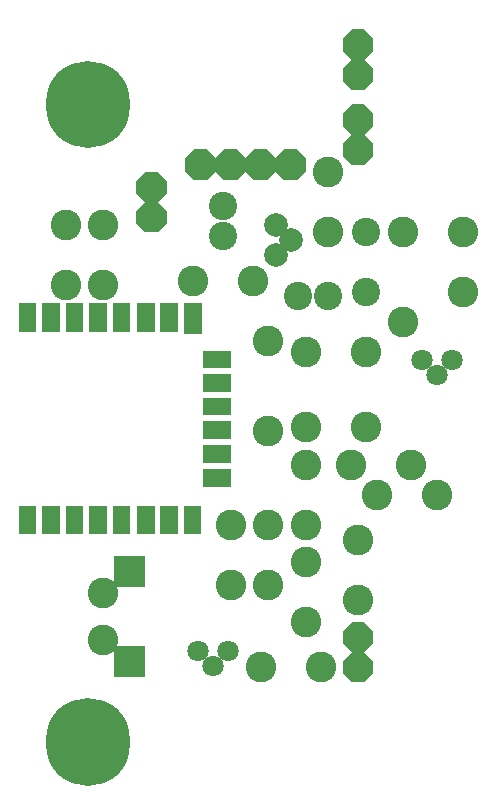
<source format=gbr>
%FSLAX34Y34*%
%MOMM*%
%LNSOLDERMASK_TOP*%
G71*
G01*
%ADD10C, 7.10*%
%ADD11R, 1.20X2.20*%
%ADD12R, 2.20X1.20*%
%ADD13C, 2.60*%
%ADD14C, 2.60*%
%ADD15C, 2.40*%
%ADD16C, 2.40*%
%ADD17C, 2.60*%
%ADD18C, 2.60*%
%ADD19C, 1.80*%
%ADD20C, 2.00*%
%LPD*%
X165100Y368300D02*
G54D10*
D03*
X165100Y908050D02*
G54D10*
D03*
X254034Y727058D02*
G54D11*
D03*
X234191Y727058D02*
G54D11*
D03*
X214347Y727058D02*
G54D11*
D03*
X193709Y727058D02*
G54D11*
D03*
X173866Y727058D02*
G54D11*
D03*
X154022Y727058D02*
G54D11*
D03*
X134178Y727058D02*
G54D11*
D03*
X114334Y727058D02*
G54D11*
D03*
X273878Y692133D02*
G54D12*
D03*
X273878Y672289D02*
G54D12*
D03*
X273878Y652446D02*
G54D12*
D03*
X273878Y632602D02*
G54D12*
D03*
X273878Y611964D02*
G54D12*
D03*
X273878Y592121D02*
G54D12*
D03*
X254034Y557196D02*
G54D11*
D03*
X234191Y557196D02*
G54D11*
D03*
X214347Y557196D02*
G54D11*
D03*
X193709Y557196D02*
G54D11*
D03*
X173866Y557196D02*
G54D11*
D03*
X154022Y557196D02*
G54D11*
D03*
X134178Y557196D02*
G54D11*
D03*
X114334Y557196D02*
G54D11*
D03*
G36*
X262312Y699581D02*
X286312Y699581D01*
X286312Y684581D01*
X262312Y684581D01*
X262312Y699581D01*
G37*
G36*
X262312Y679738D02*
X286312Y679738D01*
X286312Y664738D01*
X262312Y664738D01*
X262312Y679738D01*
G37*
G36*
X262312Y659894D02*
X286312Y659894D01*
X286312Y644894D01*
X262312Y644894D01*
X262312Y659894D01*
G37*
G36*
X262312Y640050D02*
X286312Y640050D01*
X286312Y625050D01*
X262312Y625050D01*
X262312Y640050D01*
G37*
G36*
X262312Y619412D02*
X286312Y619412D01*
X286312Y604412D01*
X262312Y604412D01*
X262312Y619412D01*
G37*
G36*
X262312Y599569D02*
X286312Y599569D01*
X286312Y584569D01*
X262312Y584569D01*
X262312Y599569D01*
G37*
G36*
X106475Y739800D02*
X121475Y739800D01*
X121475Y715800D01*
X106475Y715800D01*
X106475Y739800D01*
G37*
G36*
X126319Y739800D02*
X141319Y739800D01*
X141319Y715800D01*
X126319Y715800D01*
X126319Y739800D01*
G37*
G36*
X146162Y739800D02*
X161162Y739800D01*
X161162Y715800D01*
X146162Y715800D01*
X146162Y739800D01*
G37*
G36*
X166006Y739800D02*
X181006Y739800D01*
X181006Y715800D01*
X166006Y715800D01*
X166006Y739800D01*
G37*
G36*
X185850Y739800D02*
X200850Y739800D01*
X200850Y715800D01*
X185850Y715800D01*
X185850Y739800D01*
G37*
G36*
X206488Y739800D02*
X221488Y739800D01*
X221488Y715800D01*
X206488Y715800D01*
X206488Y739800D01*
G37*
G36*
X226331Y739800D02*
X241331Y739800D01*
X241331Y715800D01*
X226331Y715800D01*
X226331Y739800D01*
G37*
G36*
X246175Y739800D02*
X261175Y739800D01*
X261175Y715800D01*
X246175Y715800D01*
X246175Y739800D01*
G37*
G36*
X246175Y568350D02*
X261175Y568350D01*
X261175Y544350D01*
X246175Y544350D01*
X246175Y568350D01*
G37*
G36*
X226331Y568350D02*
X241331Y568350D01*
X241331Y544350D01*
X226331Y544350D01*
X226331Y568350D01*
G37*
G36*
X206488Y568350D02*
X221488Y568350D01*
X221488Y544350D01*
X206488Y544350D01*
X206488Y568350D01*
G37*
G36*
X185850Y568350D02*
X200850Y568350D01*
X200850Y544350D01*
X185850Y544350D01*
X185850Y568350D01*
G37*
G36*
X166006Y568350D02*
X181006Y568350D01*
X181006Y544350D01*
X166006Y544350D01*
X166006Y568350D01*
G37*
G36*
X146162Y568350D02*
X161162Y568350D01*
X161162Y544350D01*
X146162Y544350D01*
X146162Y568350D01*
G37*
G36*
X126319Y568350D02*
X141319Y568350D01*
X141319Y544350D01*
X126319Y544350D01*
X126319Y568350D01*
G37*
G36*
X106475Y568350D02*
X121475Y568350D01*
X121475Y544350D01*
X106475Y544350D01*
X106475Y568350D01*
G37*
X165100Y908844D02*
G54D10*
D03*
X165100Y909638D02*
G54D10*
D03*
X165100Y907256D02*
G54D10*
D03*
X165100Y906462D02*
G54D10*
D03*
X165100Y369094D02*
G54D10*
D03*
X165100Y369888D02*
G54D10*
D03*
X165100Y367506D02*
G54D10*
D03*
X165100Y366712D02*
G54D10*
D03*
G36*
X187025Y525762D02*
X213025Y525762D01*
X213025Y499762D01*
X187025Y499762D01*
X187025Y525762D01*
G37*
G36*
X187025Y449562D02*
X213025Y449562D01*
X213025Y423562D01*
X187025Y423562D01*
X187025Y449562D01*
G37*
X177800Y454819D02*
G54D13*
D03*
X177800Y494506D02*
G54D13*
D03*
X431800Y724002D02*
G54D14*
D03*
X482600Y749402D02*
G54D14*
D03*
X482600Y800202D02*
G54D14*
D03*
X431800Y800202D02*
G54D14*
D03*
X400050Y800100D02*
G54D15*
D03*
X400050Y749300D02*
G54D15*
D03*
G36*
X247350Y862645D02*
X254955Y870250D01*
X265745Y870250D01*
X273350Y862645D01*
X273350Y851855D01*
X265745Y844250D01*
X254955Y844250D01*
X247350Y851855D01*
X247350Y862645D01*
G37*
G36*
X272750Y862645D02*
X280355Y870250D01*
X291145Y870250D01*
X298750Y862645D01*
X298750Y851855D01*
X291145Y844250D01*
X280355Y844250D01*
X272750Y851855D01*
X272750Y862645D01*
G37*
G36*
X298150Y862645D02*
X305755Y870250D01*
X316545Y870250D01*
X324150Y862645D01*
X324150Y851855D01*
X316545Y844250D01*
X305755Y844250D01*
X298150Y851855D01*
X298150Y862645D01*
G37*
G36*
X323550Y862645D02*
X331155Y870250D01*
X341945Y870250D01*
X349550Y862645D01*
X349550Y851855D01*
X341945Y844250D01*
X331155Y844250D01*
X323550Y851855D01*
X323550Y862645D01*
G37*
G36*
X206075Y843595D02*
X213680Y851200D01*
X224470Y851200D01*
X232075Y843595D01*
X232075Y832805D01*
X224470Y825200D01*
X213680Y825200D01*
X206075Y832805D01*
X206075Y843595D01*
G37*
G36*
X206075Y818195D02*
X213680Y825800D01*
X224470Y825800D01*
X232075Y818195D01*
X232075Y807405D01*
X224470Y799800D01*
X213680Y799800D01*
X206075Y807405D01*
X206075Y818195D01*
G37*
X279399Y822325D02*
G54D15*
D03*
X279399Y796925D02*
G54D15*
D03*
X279399Y822325D02*
G54D16*
D03*
X342900Y746125D02*
G54D15*
D03*
X368300Y746125D02*
G54D15*
D03*
X342900Y746125D02*
G54D16*
D03*
X368300Y850900D02*
G54D17*
D03*
X368300Y800100D02*
G54D17*
D03*
X368300Y850900D02*
G54D16*
D03*
G36*
X246000Y740070D02*
X262000Y740070D01*
X262000Y714070D01*
X246000Y714070D01*
X246000Y740070D01*
G37*
X317500Y631825D02*
G54D18*
D03*
X317500Y708025D02*
G54D18*
D03*
X317500Y631820D02*
G54D17*
D03*
X177800Y454820D02*
G54D17*
D03*
X349250Y635000D02*
G54D17*
D03*
X400050Y635000D02*
G54D17*
D03*
X349250Y698500D02*
G54D17*
D03*
X400050Y698500D02*
G54D17*
D03*
X400050Y698500D02*
G54D17*
D03*
X400050Y635000D02*
G54D17*
D03*
G36*
X399095Y470200D02*
X406700Y462595D01*
X406700Y451805D01*
X399095Y444200D01*
X388305Y444200D01*
X380700Y451805D01*
X380700Y462595D01*
X388305Y470200D01*
X399095Y470200D01*
G37*
G36*
X399095Y444800D02*
X406700Y437195D01*
X406700Y426405D01*
X399095Y418800D01*
X388305Y418800D01*
X380700Y426405D01*
X380700Y437195D01*
X388305Y444800D01*
X399095Y444800D01*
G37*
X473075Y692150D02*
G54D19*
D03*
X460375Y679450D02*
G54D19*
D03*
X447675Y692150D02*
G54D19*
D03*
X473075Y692150D02*
G54D19*
D03*
G36*
X399095Y908350D02*
X406700Y900745D01*
X406700Y889955D01*
X399095Y882350D01*
X388305Y882350D01*
X380700Y889955D01*
X380700Y900745D01*
X388305Y908350D01*
X399095Y908350D01*
G37*
G36*
X399095Y882950D02*
X406700Y875345D01*
X406700Y864555D01*
X399095Y856950D01*
X388305Y856950D01*
X380700Y864555D01*
X380700Y875345D01*
X388305Y882950D01*
X399095Y882950D01*
G37*
G36*
X399095Y971850D02*
X406700Y964245D01*
X406700Y953455D01*
X399095Y945850D01*
X388305Y945850D01*
X380700Y953455D01*
X380700Y964245D01*
X388305Y971850D01*
X399095Y971850D01*
G37*
G36*
X399095Y946450D02*
X406700Y938845D01*
X406700Y928055D01*
X399095Y920450D01*
X388305Y920450D01*
X380700Y928055D01*
X380700Y938845D01*
X388305Y946450D01*
X399095Y946450D01*
G37*
X323850Y806450D02*
G54D20*
D03*
X336550Y793750D02*
G54D20*
D03*
X323850Y781050D02*
G54D20*
D03*
X323850Y806450D02*
G54D20*
D03*
X304800Y758825D02*
G54D14*
D03*
X349250Y520700D02*
G54D14*
D03*
X349250Y469900D02*
G54D14*
D03*
X460375Y577850D02*
G54D14*
D03*
X409575Y577850D02*
G54D14*
D03*
X283256Y444953D02*
G54D19*
D03*
X270556Y432253D02*
G54D19*
D03*
X257856Y444953D02*
G54D19*
D03*
X283256Y444953D02*
G54D19*
D03*
X311150Y431800D02*
G54D14*
D03*
X361950Y431800D02*
G54D14*
D03*
X254000Y758825D02*
G54D14*
D03*
X304800Y758825D02*
G54D14*
D03*
X146050Y806450D02*
G54D14*
D03*
X146050Y755650D02*
G54D14*
D03*
X177800Y806450D02*
G54D14*
D03*
X177800Y755650D02*
G54D14*
D03*
X349250Y603250D02*
G54D14*
D03*
X349250Y552450D02*
G54D14*
D03*
X285750Y552450D02*
G54D14*
D03*
X285750Y501650D02*
G54D14*
D03*
X317500Y552450D02*
G54D14*
D03*
X317500Y501650D02*
G54D14*
D03*
X393700Y539750D02*
G54D14*
D03*
X393700Y488950D02*
G54D14*
D03*
X393700Y539750D02*
G54D14*
D03*
X438150Y603250D02*
G54D17*
D03*
X387350Y603250D02*
G54D17*
D03*
X438150Y603250D02*
G54D16*
D03*
M02*

</source>
